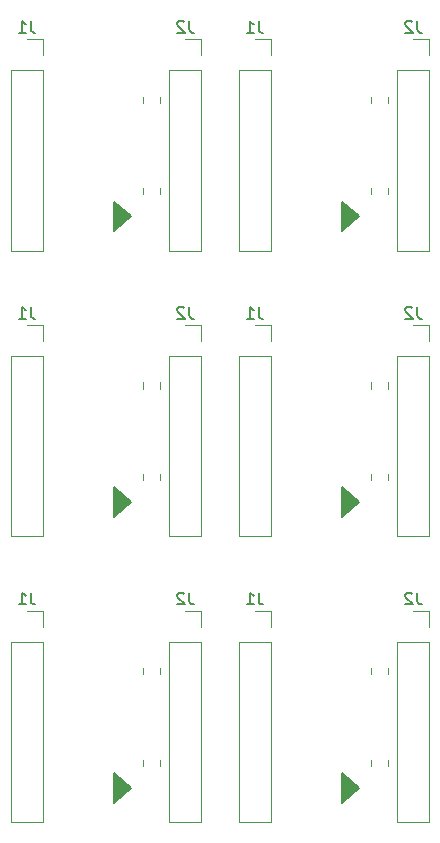
<source format=gbr>
%TF.GenerationSoftware,KiCad,Pcbnew,8.0.4*%
%TF.CreationDate,2024-09-15T22:50:30-03:00*%
%TF.ProjectId,panelized_TA65,70616e65-6c69-47a6-9564-5f544136352e,rev?*%
%TF.SameCoordinates,Original*%
%TF.FileFunction,Legend,Bot*%
%TF.FilePolarity,Positive*%
%FSLAX46Y46*%
G04 Gerber Fmt 4.6, Leading zero omitted, Abs format (unit mm)*
G04 Created by KiCad (PCBNEW 8.0.4) date 2024-09-15 22:50:30*
%MOMM*%
%LPD*%
G01*
G04 APERTURE LIST*
%ADD10C,0.200000*%
%ADD11C,0.150000*%
%ADD12C,0.120000*%
G04 APERTURE END LIST*
D10*
X141000000Y-73025500D02*
X139536678Y-74275500D01*
X139536678Y-71775500D01*
X141000000Y-73025500D01*
G36*
X141000000Y-73025500D02*
G01*
X139536678Y-74275500D01*
X139536678Y-71775500D01*
X141000000Y-73025500D01*
G37*
X141000000Y-48825500D02*
X139536678Y-50075500D01*
X139536678Y-47575500D01*
X141000000Y-48825500D01*
G36*
X141000000Y-48825500D02*
G01*
X139536678Y-50075500D01*
X139536678Y-47575500D01*
X141000000Y-48825500D01*
G37*
X160300000Y-73025500D02*
X158836678Y-74275500D01*
X158836678Y-71775500D01*
X160300000Y-73025500D01*
G36*
X160300000Y-73025500D02*
G01*
X158836678Y-74275500D01*
X158836678Y-71775500D01*
X160300000Y-73025500D01*
G37*
X141000000Y-97225500D02*
X139536678Y-98475500D01*
X139536678Y-95975500D01*
X141000000Y-97225500D01*
G36*
X141000000Y-97225500D02*
G01*
X139536678Y-98475500D01*
X139536678Y-95975500D01*
X141000000Y-97225500D01*
G37*
X160300000Y-97225500D02*
X158836678Y-98475500D01*
X158836678Y-95975500D01*
X160300000Y-97225500D01*
G36*
X160300000Y-97225500D02*
G01*
X158836678Y-98475500D01*
X158836678Y-95975500D01*
X160300000Y-97225500D01*
G37*
X160300000Y-48825500D02*
X158836678Y-50075500D01*
X158836678Y-47575500D01*
X160300000Y-48825500D01*
G36*
X160300000Y-48825500D02*
G01*
X158836678Y-50075500D01*
X158836678Y-47575500D01*
X160300000Y-48825500D01*
G37*
D11*
X165233333Y-80675319D02*
X165233333Y-81389604D01*
X165233333Y-81389604D02*
X165280952Y-81532461D01*
X165280952Y-81532461D02*
X165376190Y-81627700D01*
X165376190Y-81627700D02*
X165519047Y-81675319D01*
X165519047Y-81675319D02*
X165614285Y-81675319D01*
X164804761Y-80770557D02*
X164757142Y-80722938D01*
X164757142Y-80722938D02*
X164661904Y-80675319D01*
X164661904Y-80675319D02*
X164423809Y-80675319D01*
X164423809Y-80675319D02*
X164328571Y-80722938D01*
X164328571Y-80722938D02*
X164280952Y-80770557D01*
X164280952Y-80770557D02*
X164233333Y-80865795D01*
X164233333Y-80865795D02*
X164233333Y-80961033D01*
X164233333Y-80961033D02*
X164280952Y-81103890D01*
X164280952Y-81103890D02*
X164852380Y-81675319D01*
X164852380Y-81675319D02*
X164233333Y-81675319D01*
X132533333Y-32275319D02*
X132533333Y-32989604D01*
X132533333Y-32989604D02*
X132580952Y-33132461D01*
X132580952Y-33132461D02*
X132676190Y-33227700D01*
X132676190Y-33227700D02*
X132819047Y-33275319D01*
X132819047Y-33275319D02*
X132914285Y-33275319D01*
X131533333Y-33275319D02*
X132104761Y-33275319D01*
X131819047Y-33275319D02*
X131819047Y-32275319D01*
X131819047Y-32275319D02*
X131914285Y-32418176D01*
X131914285Y-32418176D02*
X132009523Y-32513414D01*
X132009523Y-32513414D02*
X132104761Y-32561033D01*
X165233333Y-56475319D02*
X165233333Y-57189604D01*
X165233333Y-57189604D02*
X165280952Y-57332461D01*
X165280952Y-57332461D02*
X165376190Y-57427700D01*
X165376190Y-57427700D02*
X165519047Y-57475319D01*
X165519047Y-57475319D02*
X165614285Y-57475319D01*
X164804761Y-56570557D02*
X164757142Y-56522938D01*
X164757142Y-56522938D02*
X164661904Y-56475319D01*
X164661904Y-56475319D02*
X164423809Y-56475319D01*
X164423809Y-56475319D02*
X164328571Y-56522938D01*
X164328571Y-56522938D02*
X164280952Y-56570557D01*
X164280952Y-56570557D02*
X164233333Y-56665795D01*
X164233333Y-56665795D02*
X164233333Y-56761033D01*
X164233333Y-56761033D02*
X164280952Y-56903890D01*
X164280952Y-56903890D02*
X164852380Y-57475319D01*
X164852380Y-57475319D02*
X164233333Y-57475319D01*
X165233333Y-32275319D02*
X165233333Y-32989604D01*
X165233333Y-32989604D02*
X165280952Y-33132461D01*
X165280952Y-33132461D02*
X165376190Y-33227700D01*
X165376190Y-33227700D02*
X165519047Y-33275319D01*
X165519047Y-33275319D02*
X165614285Y-33275319D01*
X164804761Y-32370557D02*
X164757142Y-32322938D01*
X164757142Y-32322938D02*
X164661904Y-32275319D01*
X164661904Y-32275319D02*
X164423809Y-32275319D01*
X164423809Y-32275319D02*
X164328571Y-32322938D01*
X164328571Y-32322938D02*
X164280952Y-32370557D01*
X164280952Y-32370557D02*
X164233333Y-32465795D01*
X164233333Y-32465795D02*
X164233333Y-32561033D01*
X164233333Y-32561033D02*
X164280952Y-32703890D01*
X164280952Y-32703890D02*
X164852380Y-33275319D01*
X164852380Y-33275319D02*
X164233333Y-33275319D01*
X145933333Y-80675319D02*
X145933333Y-81389604D01*
X145933333Y-81389604D02*
X145980952Y-81532461D01*
X145980952Y-81532461D02*
X146076190Y-81627700D01*
X146076190Y-81627700D02*
X146219047Y-81675319D01*
X146219047Y-81675319D02*
X146314285Y-81675319D01*
X145504761Y-80770557D02*
X145457142Y-80722938D01*
X145457142Y-80722938D02*
X145361904Y-80675319D01*
X145361904Y-80675319D02*
X145123809Y-80675319D01*
X145123809Y-80675319D02*
X145028571Y-80722938D01*
X145028571Y-80722938D02*
X144980952Y-80770557D01*
X144980952Y-80770557D02*
X144933333Y-80865795D01*
X144933333Y-80865795D02*
X144933333Y-80961033D01*
X144933333Y-80961033D02*
X144980952Y-81103890D01*
X144980952Y-81103890D02*
X145552380Y-81675319D01*
X145552380Y-81675319D02*
X144933333Y-81675319D01*
X132533333Y-56475319D02*
X132533333Y-57189604D01*
X132533333Y-57189604D02*
X132580952Y-57332461D01*
X132580952Y-57332461D02*
X132676190Y-57427700D01*
X132676190Y-57427700D02*
X132819047Y-57475319D01*
X132819047Y-57475319D02*
X132914285Y-57475319D01*
X131533333Y-57475319D02*
X132104761Y-57475319D01*
X131819047Y-57475319D02*
X131819047Y-56475319D01*
X131819047Y-56475319D02*
X131914285Y-56618176D01*
X131914285Y-56618176D02*
X132009523Y-56713414D01*
X132009523Y-56713414D02*
X132104761Y-56761033D01*
X145933333Y-56475319D02*
X145933333Y-57189604D01*
X145933333Y-57189604D02*
X145980952Y-57332461D01*
X145980952Y-57332461D02*
X146076190Y-57427700D01*
X146076190Y-57427700D02*
X146219047Y-57475319D01*
X146219047Y-57475319D02*
X146314285Y-57475319D01*
X145504761Y-56570557D02*
X145457142Y-56522938D01*
X145457142Y-56522938D02*
X145361904Y-56475319D01*
X145361904Y-56475319D02*
X145123809Y-56475319D01*
X145123809Y-56475319D02*
X145028571Y-56522938D01*
X145028571Y-56522938D02*
X144980952Y-56570557D01*
X144980952Y-56570557D02*
X144933333Y-56665795D01*
X144933333Y-56665795D02*
X144933333Y-56761033D01*
X144933333Y-56761033D02*
X144980952Y-56903890D01*
X144980952Y-56903890D02*
X145552380Y-57475319D01*
X145552380Y-57475319D02*
X144933333Y-57475319D01*
X132533333Y-80675319D02*
X132533333Y-81389604D01*
X132533333Y-81389604D02*
X132580952Y-81532461D01*
X132580952Y-81532461D02*
X132676190Y-81627700D01*
X132676190Y-81627700D02*
X132819047Y-81675319D01*
X132819047Y-81675319D02*
X132914285Y-81675319D01*
X131533333Y-81675319D02*
X132104761Y-81675319D01*
X131819047Y-81675319D02*
X131819047Y-80675319D01*
X131819047Y-80675319D02*
X131914285Y-80818176D01*
X131914285Y-80818176D02*
X132009523Y-80913414D01*
X132009523Y-80913414D02*
X132104761Y-80961033D01*
X151833333Y-56475319D02*
X151833333Y-57189604D01*
X151833333Y-57189604D02*
X151880952Y-57332461D01*
X151880952Y-57332461D02*
X151976190Y-57427700D01*
X151976190Y-57427700D02*
X152119047Y-57475319D01*
X152119047Y-57475319D02*
X152214285Y-57475319D01*
X150833333Y-57475319D02*
X151404761Y-57475319D01*
X151119047Y-57475319D02*
X151119047Y-56475319D01*
X151119047Y-56475319D02*
X151214285Y-56618176D01*
X151214285Y-56618176D02*
X151309523Y-56713414D01*
X151309523Y-56713414D02*
X151404761Y-56761033D01*
X151833333Y-32275319D02*
X151833333Y-32989604D01*
X151833333Y-32989604D02*
X151880952Y-33132461D01*
X151880952Y-33132461D02*
X151976190Y-33227700D01*
X151976190Y-33227700D02*
X152119047Y-33275319D01*
X152119047Y-33275319D02*
X152214285Y-33275319D01*
X150833333Y-33275319D02*
X151404761Y-33275319D01*
X151119047Y-33275319D02*
X151119047Y-32275319D01*
X151119047Y-32275319D02*
X151214285Y-32418176D01*
X151214285Y-32418176D02*
X151309523Y-32513414D01*
X151309523Y-32513414D02*
X151404761Y-32561033D01*
X151833333Y-80675319D02*
X151833333Y-81389604D01*
X151833333Y-81389604D02*
X151880952Y-81532461D01*
X151880952Y-81532461D02*
X151976190Y-81627700D01*
X151976190Y-81627700D02*
X152119047Y-81675319D01*
X152119047Y-81675319D02*
X152214285Y-81675319D01*
X150833333Y-81675319D02*
X151404761Y-81675319D01*
X151119047Y-81675319D02*
X151119047Y-80675319D01*
X151119047Y-80675319D02*
X151214285Y-80818176D01*
X151214285Y-80818176D02*
X151309523Y-80913414D01*
X151309523Y-80913414D02*
X151404761Y-80961033D01*
X145933333Y-32275319D02*
X145933333Y-32989604D01*
X145933333Y-32989604D02*
X145980952Y-33132461D01*
X145980952Y-33132461D02*
X146076190Y-33227700D01*
X146076190Y-33227700D02*
X146219047Y-33275319D01*
X146219047Y-33275319D02*
X146314285Y-33275319D01*
X145504761Y-32370557D02*
X145457142Y-32322938D01*
X145457142Y-32322938D02*
X145361904Y-32275319D01*
X145361904Y-32275319D02*
X145123809Y-32275319D01*
X145123809Y-32275319D02*
X145028571Y-32322938D01*
X145028571Y-32322938D02*
X144980952Y-32370557D01*
X144980952Y-32370557D02*
X144933333Y-32465795D01*
X144933333Y-32465795D02*
X144933333Y-32561033D01*
X144933333Y-32561033D02*
X144980952Y-32703890D01*
X144980952Y-32703890D02*
X145552380Y-33275319D01*
X145552380Y-33275319D02*
X144933333Y-33275319D01*
D12*
%TO.C,C2*%
X142015000Y-46439248D02*
X142015000Y-46961752D01*
X143485000Y-46439248D02*
X143485000Y-46961752D01*
%TO.C,J2*%
X163570000Y-84820500D02*
X166230000Y-84820500D01*
X163570000Y-100120500D02*
X163570000Y-84820500D01*
X163570000Y-100120500D02*
X166230000Y-100120500D01*
X164900000Y-82220500D02*
X166230000Y-82220500D01*
X166230000Y-82220500D02*
X166230000Y-83550500D01*
X166230000Y-100120500D02*
X166230000Y-84820500D01*
%TO.C,J1*%
X130870000Y-36420500D02*
X133530000Y-36420500D01*
X130870000Y-51720500D02*
X130870000Y-36420500D01*
X130870000Y-51720500D02*
X133530000Y-51720500D01*
X132200000Y-33820500D02*
X133530000Y-33820500D01*
X133530000Y-33820500D02*
X133530000Y-35150500D01*
X133530000Y-51720500D02*
X133530000Y-36420500D01*
%TO.C,C1*%
X161315000Y-62889248D02*
X161315000Y-63411752D01*
X162785000Y-62889248D02*
X162785000Y-63411752D01*
%TO.C,J2*%
X163570000Y-60620500D02*
X166230000Y-60620500D01*
X163570000Y-75920500D02*
X163570000Y-60620500D01*
X163570000Y-75920500D02*
X166230000Y-75920500D01*
X164900000Y-58020500D02*
X166230000Y-58020500D01*
X166230000Y-58020500D02*
X166230000Y-59350500D01*
X166230000Y-75920500D02*
X166230000Y-60620500D01*
%TO.C,C2*%
X161315000Y-70639248D02*
X161315000Y-71161752D01*
X162785000Y-70639248D02*
X162785000Y-71161752D01*
%TO.C,J2*%
X163570000Y-36420500D02*
X166230000Y-36420500D01*
X163570000Y-51720500D02*
X163570000Y-36420500D01*
X163570000Y-51720500D02*
X166230000Y-51720500D01*
X164900000Y-33820500D02*
X166230000Y-33820500D01*
X166230000Y-33820500D02*
X166230000Y-35150500D01*
X166230000Y-51720500D02*
X166230000Y-36420500D01*
X144270000Y-84820500D02*
X146930000Y-84820500D01*
X144270000Y-100120500D02*
X144270000Y-84820500D01*
X144270000Y-100120500D02*
X146930000Y-100120500D01*
X145600000Y-82220500D02*
X146930000Y-82220500D01*
X146930000Y-82220500D02*
X146930000Y-83550500D01*
X146930000Y-100120500D02*
X146930000Y-84820500D01*
%TO.C,C2*%
X161315000Y-94839248D02*
X161315000Y-95361752D01*
X162785000Y-94839248D02*
X162785000Y-95361752D01*
X161315000Y-46439248D02*
X161315000Y-46961752D01*
X162785000Y-46439248D02*
X162785000Y-46961752D01*
%TO.C,J1*%
X130870000Y-60620500D02*
X133530000Y-60620500D01*
X130870000Y-75920500D02*
X130870000Y-60620500D01*
X130870000Y-75920500D02*
X133530000Y-75920500D01*
X132200000Y-58020500D02*
X133530000Y-58020500D01*
X133530000Y-58020500D02*
X133530000Y-59350500D01*
X133530000Y-75920500D02*
X133530000Y-60620500D01*
%TO.C,C1*%
X142015000Y-38689248D02*
X142015000Y-39211752D01*
X143485000Y-38689248D02*
X143485000Y-39211752D01*
%TO.C,C2*%
X142015000Y-94839248D02*
X142015000Y-95361752D01*
X143485000Y-94839248D02*
X143485000Y-95361752D01*
%TO.C,J2*%
X144270000Y-60620500D02*
X146930000Y-60620500D01*
X144270000Y-75920500D02*
X144270000Y-60620500D01*
X144270000Y-75920500D02*
X146930000Y-75920500D01*
X145600000Y-58020500D02*
X146930000Y-58020500D01*
X146930000Y-58020500D02*
X146930000Y-59350500D01*
X146930000Y-75920500D02*
X146930000Y-60620500D01*
%TO.C,J1*%
X130870000Y-84820500D02*
X133530000Y-84820500D01*
X130870000Y-100120500D02*
X130870000Y-84820500D01*
X130870000Y-100120500D02*
X133530000Y-100120500D01*
X132200000Y-82220500D02*
X133530000Y-82220500D01*
X133530000Y-82220500D02*
X133530000Y-83550500D01*
X133530000Y-100120500D02*
X133530000Y-84820500D01*
X150170000Y-60620500D02*
X152830000Y-60620500D01*
X150170000Y-75920500D02*
X150170000Y-60620500D01*
X150170000Y-75920500D02*
X152830000Y-75920500D01*
X151500000Y-58020500D02*
X152830000Y-58020500D01*
X152830000Y-58020500D02*
X152830000Y-59350500D01*
X152830000Y-75920500D02*
X152830000Y-60620500D01*
X150170000Y-36420500D02*
X152830000Y-36420500D01*
X150170000Y-51720500D02*
X150170000Y-36420500D01*
X150170000Y-51720500D02*
X152830000Y-51720500D01*
X151500000Y-33820500D02*
X152830000Y-33820500D01*
X152830000Y-33820500D02*
X152830000Y-35150500D01*
X152830000Y-51720500D02*
X152830000Y-36420500D01*
%TO.C,C1*%
X142015000Y-87089248D02*
X142015000Y-87611752D01*
X143485000Y-87089248D02*
X143485000Y-87611752D01*
%TO.C,J1*%
X150170000Y-84820500D02*
X152830000Y-84820500D01*
X150170000Y-100120500D02*
X150170000Y-84820500D01*
X150170000Y-100120500D02*
X152830000Y-100120500D01*
X151500000Y-82220500D02*
X152830000Y-82220500D01*
X152830000Y-82220500D02*
X152830000Y-83550500D01*
X152830000Y-100120500D02*
X152830000Y-84820500D01*
%TO.C,J2*%
X144270000Y-36420500D02*
X146930000Y-36420500D01*
X144270000Y-51720500D02*
X144270000Y-36420500D01*
X144270000Y-51720500D02*
X146930000Y-51720500D01*
X145600000Y-33820500D02*
X146930000Y-33820500D01*
X146930000Y-33820500D02*
X146930000Y-35150500D01*
X146930000Y-51720500D02*
X146930000Y-36420500D01*
%TO.C,C2*%
X142015000Y-70639248D02*
X142015000Y-71161752D01*
X143485000Y-70639248D02*
X143485000Y-71161752D01*
%TO.C,C1*%
X161315000Y-38689248D02*
X161315000Y-39211752D01*
X162785000Y-38689248D02*
X162785000Y-39211752D01*
X142015000Y-62889248D02*
X142015000Y-63411752D01*
X143485000Y-62889248D02*
X143485000Y-63411752D01*
X161315000Y-87089248D02*
X161315000Y-87611752D01*
X162785000Y-87089248D02*
X162785000Y-87611752D01*
%TD*%
M02*

</source>
